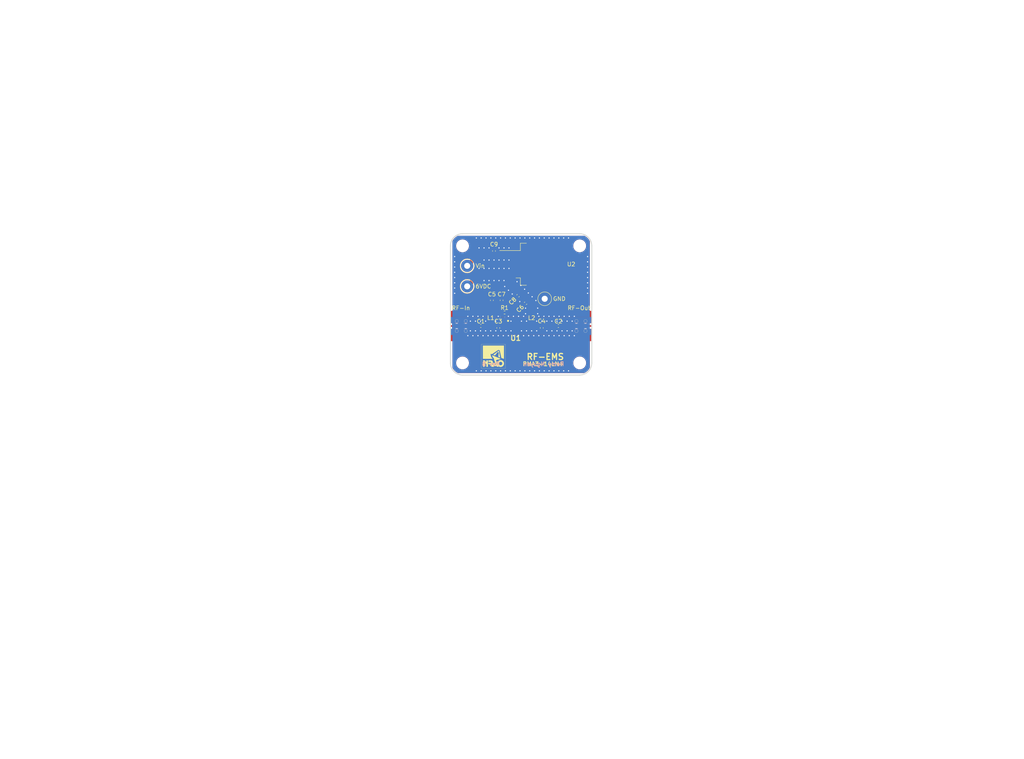
<source format=kicad_pcb>
(kicad_pcb (version 20221018) (generator pcbnew)
  (layers (0 "F.Cu" signal) (1 "In1.Cu" signal) (2 "In2.Cu" signal) (31 "B.Cu" signal) (34 "B.Paste" user) (35 "F.Paste" user) (36 "B.SilkS" user "B.Silkscreen") (37 "F.SilkS" user "F.Silkscreen") (38 "B.Mask" user) (39 "F.Mask" user) (44 "Edge.Cuts" user))
  (net 0 "")
  (net 1 "Net-(J1-In)")
  (net 2 "Net-(J2-In)")
  (net 3 "GND")
  (net 4 "6VDC")
  (net 5 "Vin")
  (net 7 "Net-(IC1-RF-OUT_&_VDD)")
  (net 8 "Net-(IC1-RF-IN)")
  (net 9 "Net-(IC1-CURRENT_MIRROR)")
  (footprint "Capacitor_SMD:C_0402_1005Metric" (layer "F.Cu") (at 132.02 93.35)
    (fp_text reference "C1" (at 0 -1.16) (layer "F.SilkS"))
    (fp_text value "0.01 uF")
    (pad "1" smd roundrect (at -0.48 0) (size 0.56 0.37) (layers "F.Cu" "F.Paste" "F.Mask") (net 1 "Net-(J1-In)"))
    (pad "2" smd roundrect (at 0.48 0) (size 0.56 0.37) (layers "F.Cu" "F.Paste" "F.Mask") (net 8 "Net-(IC1-RF-IN)"))
  )
  (footprint "Package_TO_SOT_SMD:TO-263-2" (layer "F.Cu") (at 146.65 78.05)
    (fp_text reference "U2" (at 7.75 0) (layer "F.SilkS"))
    (fp_text value "L7806")
    (pad "1" smd roundrect (at -7.65 -2.54) (size 4.6 1.1) (layers "F.Cu" "F.Paste" "F.Mask") (roundrect_rratio 0.2272727273) (net 5 "Vin"))
    (pad "2" smd roundrect (at -0.925 -2.775) (size 4.55 5.25) (layers "F.Cu" "F.Paste") (roundrect_rratio 0.05494505495) (net 3 "GND"))
    (pad "2" smd roundrect (at -0.925 2.775) (size 4.55 5.25) (layers "F.Cu" "F.Paste") (roundrect_rratio 0.05494505495) (net 3 "GND"))
    (pad "2" smd roundrect (at 1.5 0) (size 9.4 10.8) (layers "F.Cu" "F.Mask") (roundrect_rratio 0.02659595745) (net 3 "GND"))
    (pad "2" smd roundrect (at 3.925 -2.775) (size 4.55 5.25) (layers "F.Cu" "F.Paste") (roundrect_rratio 0.05494505495) (net 3 "GND"))
    (pad "2" smd roundrect (at 3.925 2.775) (size 4.55 5.25) (layers "F.Cu" "F.Paste") (roundrect_rratio 0.05494505495) (net 3 "GND"))
    (pad "3" smd roundrect (at -7.65 2.54) (size 4.6 1.1) (layers "F.Cu" "F.Paste" "F.Mask") (roundrect_rratio 0.2272727273) (net 4 "6VDC"))
  )
  (footprint "Capacitor_SMD:C_0402_1005Metric" (layer "F.Cu") (at 135.29 74.77 90)
    (fp_text reference "C9" (at 1.65 0) (layer "F.SilkS"))
    (fp_text value "0.33 uF")
    (pad "1" smd roundrect (at -0.48 0 90) (size 0.56 0.62) (layers "F.Cu" "F.Paste" "F.Mask") (net 5 "Vin"))
    (pad "2" smd roundrect (at 0.48 0 90) (size 0.56 0.62) (layers "F.Cu" "F.Paste" "F.Mask") (net 3 "GND"))
  )
  (footprint "Capacitor_SMD:C_0402_1005Metric" (layer "F.Cu") (at 143.11 87.72 -135)
    (fp_text reference "C6" (at 1.9 0 45) (layer "F.SilkS"))
    (fp_text value "100 pF")
    (pad "1" smd roundrect (at -0.48 0 225) (size 0.56 0.62) (layers "F.Cu" "F.Paste" "F.Mask") (net 4 "6VDC"))
    (pad "2" smd roundrect (at 0.48 0 225) (size 0.56 0.62) (layers "F.Cu" "F.Paste" "F.Mask") (net 3 "GND"))
  )
  (footprint "Capacitor_SMD:C_0402_1005Metric" (layer "F.Cu") (at 134.77 86.99 -90)
    (fp_text reference "C5" (at -1.5 0 -180) (layer "F.SilkS"))
    (fp_text value "100 pF")
    (pad "1" smd roundrect (at -0.48 0 270) (size 0.56 0.62) (layers "F.Cu" "F.Paste" "F.Mask") (net 3 "GND"))
    (pad "2" smd roundrect (at 0.48 0 270) (size 0.56 0.62) (layers "F.Cu" "F.Paste" "F.Mask") (net 9 "Net-(IC1-CURRENT_MIRROR)"))
  )
  (footprint "TestPoint:TestPoint_Loop_D2.54mm_Drill1.5mm_Beaded" (layer "F.Cu") (at 147.84 86.61)
    (fp_text reference "GND" (at 2 0) (layer "F.SilkS") (effects (justify left)))
    (fp_text value "GND")
    (pad "1" thru_hole circle (at 0 0) (size 3 3) (drill 1.5) (layers "*.Cu" "*.Mask") (net 3 "GND"))
  )
  (footprint "Mini-Circuits:QFN51P300X300X89-13N" (layer "F.Cu") (at 140.65 93.35)
    (fp_text reference "U1" (at 0 3) (layer "F.SilkS") (effects (font (size 1.27 1.27) (thickness 0.254))))
    (fp_text value "PMA3-14LN+" hide)
    (pad "1" smd rect (at -1.45 -0.51 90) (size 0.25 0.85) (layers "F.Cu" "F.Paste" "F.Mask") (net 9 "Net-(IC1-CURRENT_MIRROR)"))
    (pad "2" smd rect (at -1.45 0 90) (size 0.25 0.85) (layers "F.Cu" "F.Paste" "F.Mask") (net 8 "Net-(IC1-RF-IN)"))
    (pad "3" smd rect (at -1.45 0.51 90) (size 0.25 0.85) (layers "F.Cu" "F.Paste" "F.Mask") (net 3 "GND"))
    (pad "4" smd rect (at -0.51 1.45) (size 0.25 0.85) (layers "F.Cu" "F.Paste" "F.Mask") (net 3 "GND"))
    (pad "5" smd rect (at 0 1.45) (size 0.25 0.85) (layers "F.Cu" "F.Paste" "F.Mask") (net 3 "GND"))
    (pad "6" smd rect (at 0.51 1.45) (size 0.25 0.85) (layers "F.Cu" "F.Paste" "F.Mask") (net 3 "GND"))
    (pad "7" smd rect (at 1.45 0.51 90) (size 0.25 0.85) (layers "F.Cu" "F.Paste" "F.Mask") (net 3 "GND"))
    (pad "8" smd rect (at 1.45 0 90) (size 0.25 0.85) (layers "F.Cu" "F.Paste" "F.Mask") (net 7 "Net-(IC1-RF-OUT_&_VDD)"))
    (pad "9" smd rect (at 1.45 -0.51 90) (size 0.25 0.85) (layers "F.Cu" "F.Paste" "F.Mask") (net 3 "GND"))
    (pad "10" smd rect (at 0.51 -1.45) (size 0.25 0.85) (layers "F.Cu" "F.Paste" "F.Mask"))
    (pad "11" smd rect (at 0 -1.45) (size 0.25 0.85) (layers "F.Cu" "F.Paste" "F.Mask") (net 3 "GND"))
    (pad "12" smd rect (at -0.51 -1.45) (size 0.25 0.85) (layers "F.Cu" "F.Paste" "F.Mask") (net 3 "GND"))
    (pad "13" smd rect (at 0 0) (size 1.45 1.45) (layers "F.Cu" "F.Paste" "F.Mask") (net 3 "GND"))
  )
  (footprint "Capacitor_SMD:C_0402_1005Metric" (layer "F.Cu") (at 147.11 93.83 90)
    (fp_text reference "C4" (at 1.68 0 180) (layer "F.SilkS"))
    (fp_text value "0.1 pF")
    (pad "1" smd roundrect (at -0.48 0 90) (size 0.56 0.62) (layers "F.Cu" "F.Paste" "F.Mask") (net 3 "GND"))
    (pad "2" smd roundrect (at 0.48 0 90) (size 0.37 0.72) (layers "F.Cu" "F.Paste" "F.Mask") (net 7 "Net-(IC1-RF-OUT_&_VDD)"))
  )
  (footprint "rf-dfs:Mueller BU-1420761881-RevB" (layer "F.Cu") (at 154.96 93.35 180)
    (fp_text reference "RF-Out" (at -4.29 4.46 180) (layer "F.SilkS") (effects (justify right)))
    (fp_text value "Conn_Coaxial")
    (fp_circle (center -2.9718 -1.2192) (end -2.5654 -1.2192) (stroke (width 0.05)) (fill none) (layer "Edge.Cuts"))
    (fp_circle (center -2.9718 1.2192) (end -2.5654 1.2192) (stroke (width 0.05)) (fill none) (layer "Edge.Cuts"))
    (fp_circle (center -0.7366 -1.2192) (end -0.3302 -1.2192) (stroke (width 0.05)) (fill none) (layer "Edge.Cuts"))
    (fp_circle (center -0.7366 1.2192) (end -0.3302 1.2192) (stroke (width 0.05)) (fill none) (layer "Edge.Cuts"))
    (pad "1" smd rect (at -1.8542 0 180) (size 5.08 0.41) (layers "F.Cu" "F.Paste" "F.Mask") (net 2 "Net-(J2-In)"))
    (pad "2" smd rect (at -1.8542 -2.2292 180) (size 5.08 3.048) (layers "F.Cu" "F.Paste" "F.Mask") (net 3 "GND"))
    (pad "2" smd rect (at -1.8542 -1.4672 180) (size 5.08 1.524) (layers "B.Cu" "B.Paste" "B.Mask") (net 3 "GND"))
    (pad "2" smd rect (at -1.8542 1.4672 180) (size 5.08 1.524) (layers "B.Cu" "B.Paste" "B.Mask") (net 3 "GND"))
    (pad "2" smd rect (at -1.8542 2.2292 180) (size 5.08 3.048) (layers "F.Cu" "F.Paste" "F.Mask") (net 3 "GND"))
    (zone (net 0) (net_name "") (layer "F.Cu") (name "F.Cu Pad Clearance") (connect_pads (clearance 0)) (min_thickness 0.25)
      (keepout (tracks allowed) (vias not_allowed) (pads allowed) (copperpour not_allowed) (footprints allowed))
      (fill (thermal_gap 0.5) (thermal_bridge_width 0.5))
      (polygon (pts (xy 159.3542 94.05612) (xy 154.2742 94.05612) (xy 154.2742 92.64388) (xy 159.3542 92.64388)))
    )
  )
  (footprint "FabDrawingTemplates:FabDrawing-4Layer-Metric-Compact-OSH" (layer "F.Cu") (at 55.5 135.5)
    (fp_text reference " " hide)
    (fp_text value " " hide)
  )
  (footprint "Capacitor_SMD:C_0402_1005Metric" (layer "F.Cu") (at 136.35 93.83 90)
    (fp_text reference "C3" (at 1.63 0 180) (layer "F.SilkS"))
    (fp_text value "0.2 pF")
    (pad "1" smd roundrect (at -0.48 0 90) (size 0.56 0.62) (layers "F.Cu" "F.Paste" "F.Mask") (net 3 "GND"))
    (pad "2" smd roundrect (at 0.48 0 90) (size 0.37 0.72) (layers "F.Cu" "F.Paste" "F.Mask") (net 8 "Net-(IC1-RF-IN)"))
  )
  (footprint "TestPoint:TestPoint_Loop_D2.54mm_Drill1.5mm_Beaded" (layer "F.Cu") (at 128.65 83.53)
    (fp_text reference "6VDC" (at 2 0) (layer "F.SilkS") (effects (justify left)))
    (fp_text value "6VDC")
    (pad "1" thru_hole circle (at 0 0) (size 3 3) (drill 1.5) (layers "*.Cu" "*.Mask") (net 4 "6VDC"))
  )
  (footprint "MountingHole:MountingHole_2.7mm_M2.5" (layer "F.Cu") (at 156.5 102.5)
    (fp_text reference "REF**" hide)
    (fp_text value "MountingHole_2.7mm_M2.5" hide)
    (pad "" np_thru_hole circle (at 0 0) (size 2.7 2.7) (drill 2.7) (layers "*.Mask" "F.Cu" "In1.Cu" "In2.Cu" "B.Cu"))
  )
  (footprint "Capacitor_SMD:C_0402_1005Metric" (layer "F.Cu") (at 137.17 86.99 -90)
    (fp_text reference "C7" (at -1.5 0 -180) (layer "F.SilkS"))
    (fp_text value "0.1 uF")
    (pad "1" smd roundrect (at -0.48 0 270) (size 0.56 0.62) (layers "F.Cu" "F.Paste" "F.Mask") (net 3 "GND"))
    (pad "2" smd roundrect (at 0.48 0 270) (size 0.56 0.62) (layers "F.Cu" "F.Paste" "F.Mask") (net 9 "Net-(IC1-CURRENT_MIRROR)"))
  )
  (footprint "Capacitor_SMD:C_0402_1005Metric" (layer "F.Cu") (at 151.23 93.35)
    (fp_text reference "C2" (at 0 -1.16) (layer "F.SilkS"))
    (fp_text value "0.01 uF")
    (pad "1" smd roundrect (at -0.48 0) (size 0.56 0.37) (layers "F.Cu" "F.Paste" "F.Mask") (net 7 "Net-(IC1-RF-OUT_&_VDD)"))
    (pad "2" smd roundrect (at 0.48 0) (size 0.56 0.37) (layers "F.Cu" "F.Paste" "F.Mask") (net 2 "Net-(J2-In)"))
  )
  (footprint "Resistor_SMD:R_0402_1005Metric" (layer "F.Cu") (at 137.91 90)
    (fp_text reference "R1" (at 0 -1.17) (layer "F.SilkS"))
    (fp_text value "510 Ω")
    (pad "1" smd roundrect (at -0.51 0) (size 0.54 0.64) (layers "F.Cu" "F.Paste" "F.Mask") (net 9 "Net-(IC1-CURRENT_MIRROR)"))
    (pad "2" smd roundrect (at 0.51 0) (size 0.54 0.64) (layers "F.Cu" "F.Paste" "F.Mask") (net 3 "GND"))
  )
  (footprint "Inductor_SMD:L_0402_1005Metric" (layer "F.Cu") (at 144.6 92.865 -90)
    (fp_text reference "L2" (at -1.525 0) (layer "F.SilkS"))
    (fp_text value "900 nH")
    (pad "1" smd rect (at -0.485 0 270) (size 0.59 0.64) (layers "F.Cu" "F.Paste" "F.Mask") (net 4 "6VDC") (clearance 0.3))
    (pad "2" smd roundrect (at 0.485 0 270) (size 0.37 0.72) (layers "F.Cu" "F.Paste" "F.Mask") (net 7 "Net-(IC1-RF-OUT_&_VDD)"))
  )
  (footprint "TestPoint:TestPoint_Loop_D2.54mm_Drill1.5mm_Beaded" (layer "F.Cu") (at 128.65 78.45)
    (fp_text reference "Vin" (at 2 0) (layer "F.SilkS") (effects (justify left)))
    (fp_text value "Vin")
    (pad "1" thru_hole circle (at 0 0) (size 3 3) (drill 1.5) (layers "*.Cu" "*.Mask") (net 5 "Vin"))
  )
  (footprint "Capacitor_SMD:C_0402_1005Metric" (layer "F.Cu") (at 141.24 85.85 -135)
    (fp_text reference "C8" (at 1.9 0 45) (layer "F.SilkS"))
    (fp_text value "0.1 uf")
    (pad "1" smd roundrect (at -0.48 0 225) (size 0.56 0.62) (layers "F.Cu" "F.Paste" "F.Mask") (net 4 "6VDC"))
    (pad "2" smd roundrect (at 0.48 0 225) (size 0.56 0.62) (layers "F.Cu" "F.Paste" "F.Mask") (net 3 "GND"))
  )
  (footprint "footprints.pretty:nrao1_6mm_silk" (layer "F.Cu") (at 135.15 100.85)
    (fp_text reference "G***" hide)
    (fp_text value "LOGO" hide)
  )
  (footprint "rf-dfs:GCPW_osh3_90mm_user" (layer "F.Cu") (at 207 147.5)
    (fp_text reference "REF**" hide)
    (fp_text value "LOGO" hide)
  )
  (footprint "Inductor_SMD:L_0402_1005Metric" (layer "F.Cu") (at 134.47 92.865 -90)
    (fp_text reference "L1" (at -1.535 0) (layer "F.SilkS"))
    (fp_text value "900 nH")
    (pad "1" smd rect (at -0.485 0 270) (size 0.59 0.64) (layers "F.Cu" "F.Paste" "F.Mask") (net 9 "Net-(IC1-CURRENT_MIRROR)") (clearance 0.3))
    (pad "2" smd roundrect (at 0.485 0 270) (size 0.37 0.72) (layers "F.Cu" "F.Paste" "F.Mask") (net 8 "Net-(IC1-RF-IN)"))
  )
  (footprint "MountingHole:MountingHole_2.7mm_M2.5" (layer "F.Cu") (at 156.5 73.5)
    (fp_text reference "REF**" hide)
    (fp_text value "MountingHole_2.7mm_M2.5" hide)
    (pad "" np_thru_hole circle (at 0 0) (size 2.7 2.7) (drill 2.7) (layers "*.Mask" "F.Cu" "In1.Cu" "In2.Cu" "B.Cu"))
  )
  (footprint "MountingHole:MountingHole_2.7mm_M2.5" (layer "F.Cu") (at 127.5 73.5)
    (fp_text reference "REF**" hide)
    (fp_text value "MountingHole_2.7mm_M2.5" hide)
    (pad "" np_thru_hole circle (at 0 0) (size 2.7 2.7) (drill 2.7) (layers "*.Mask" "F.Cu" "In1.Cu" "In2.Cu" "B.Cu"))
  )
  (footprint "rf-dfs:Mueller BU-1420761881-RevB" (layer "F.Cu") (at 129.04 93.35)
    (fp_text reference "RF-In" (at -4.28 -4.44) (layer "F.SilkS") (effects (justify left)))
    (fp_text value "Conn_Coaxial")
    (fp_circle (center -2.9718 -1.2192) (end -2.5654 -1.2192) (stroke (width 0.05)) (fill none) (layer "Edge.Cuts"))
    (fp_circle (center -2.9718 1.2192) (end -2.5654 1.2192) (stroke (width 0.05)) (fill none) (layer "Edge.Cuts"))
    (fp_circle (center -0.7366 -1.2192) (end -0.3302 -1.2192) (stroke (width 0.05)) (fill none) (layer "Edge.Cuts"))
    (fp_circle (center -0.7366 1.2192) (end -0.3302 1.2192) (stroke (width 0.05)) (fill none) (layer "Edge.Cuts"))
    (pad "1" smd rect (at -1.8542 0) (size 5.08 0.41) (layers "F.Cu" "F.Paste" "F.Mask") (net 1 "Net-(J1-In)"))
    (pad "2" smd rect (at -1.8542 -2.2292) (size 5.08 3.048) (layers "F.Cu" "F.Paste" "F.Mask") (net 3 "GND"))
    (pad "2" smd rect (at -1.8542 -1.4672) (size 5.08 1.524) (layers "B.Cu" "B.Paste" "B.Mask") (net 3 "GND"))
    (pad "2" smd rect (at -1.8542 1.4672) (size 5.08 1.524) (layers "B.Cu" "B.Paste" "B.Mask") (net 3 "GND"))
    (pad "2" smd rect (at -1.8542 2.2292) (size 5.08 3.048) (layers "F.Cu" "F.Paste" "F.Mask") (net 3 "GND"))
    (zone (net 0) (net_name "") (layer "F.Cu") (name "F.Cu Pad Clearance") (connect_pads (clearance 0)) (min_thickness 0.25)
      (keepout (tracks allowed) (vias not_allowed) (pads allowed) (copperpour not_allowed) (footprints allowed))
      (fill (thermal_gap 0.5) (thermal_bridge_width 0.5))
      (polygon (pts (xy 124.6458 92.64388) (xy 129.7258 92.64388) (xy 129.7258 94.05612) (xy 124.6458 94.05612)))
    )
  )
  (footprint "MountingHole:MountingHole_2.7mm_M2.5" (layer "F.Cu") (at 127.5 102.5)
    (fp_text reference "REF**" hide)
    (fp_text value "MountingHole_2.7mm_M2.5" hide)
    (pad "" np_thru_hole circle (at 0 0) (size 2.7 2.7) (drill 2.7) (layers "*.Cu" "*.Mask"))
  )
  (gr_arc (start 159.500001 102.500001) (mid 158.621321 104.621321) (end 156.500001 105.500001) (stroke (width 0.2)) (layer "Edge.Cuts"))
  (gr_line (start 159.5 88) (end 159.500001 73.499999) (stroke (width 0.2)) (layer "Edge.Cuts"))
  (gr_arc (start 124.5 73.5) (mid 125.37868 71.37868) (end 127.5 70.5) (stroke (width 0.2)) (layer "Edge.Cuts"))
  (gr_line (start 156.500001 70.499999) (end 127.5 70.5) (stroke (width 0.2)) (layer "Edge.Cuts"))
  (gr_arc (start 156.500001 70.499999) (mid 158.621321 71.378679) (end 159.500001 73.499999) (stroke (width 0.2)) (layer "Edge.Cuts"))
  (gr_line (start 159.500001 102.500001) (end 159.5 88) (stroke (width 0.2)) (layer "Edge.Cuts"))
  (gr_line (start 127.499999 105.500001) (end 156.500001 105.500001) (stroke (width 0.2)) (layer "Edge.Cuts"))
  (gr_line (start 124.5 73.5) (end 124.5 88) (stroke (width 0.2)) (layer "Edge.Cuts"))
  (gr_arc (start 127.499999 105.500001) (mid 125.378679 104.621321) (end 124.499999 102.500001) (stroke (width 0.2)) (layer "Edge.Cuts"))
  (gr_line (start 124.5 88) (end 124.499999 102.500001) (stroke (width 0.2)) (layer "Edge.Cuts"))
  (gr_text "Remy Nguyen" (at 152.75 103.35) (layer "B.SilkS") (effects (font (size 1 1) (thickness 0.2) bold) (justify left bottom mirror)))
  (gr_text "Rev B" (at 132.2 103.35) (layer "B.SilkS") (effects (font (size 1 1) (thickness 0.2) bold) (justify right bottom mirror)))
  (gr_text "RF-EMS" (at 152.75 101.85) (layer "F.SilkS") (effects (font (size 1.5 1.5) (thickness 0.3) bold) (justify right bottom)))
  (gr_text "PMA3-14LN+" (at 152.75 103.35) (layer "F.SilkS") (effects (font (size 1 1) (thickness 0.2) bold) (justify right bottom)))
  (segment (start 127.1858 93.35) (end 131.54 93.35) (width 0.37) (layer "F.Cu") (net 1))
  (segment (start 151.71 93.35) (end 156.8142 93.35) (width 0.37) (layer "F.Cu") (net 2))
  (segment (start 148.36 74.35) (end 148.4 74.39) (width 0.25) (layer "F.Cu") (net 3))
  (via (at 136.92439 104.45) (size 0.6) (drill 0.3) (layers "F.Cu" "B.Cu") (net 3))
  (via (at 145.66066 87.03934) (size 0.6) (drill 0.3) (layers "F.Cu" "B.Cu") (net 3))
  (via (at 131.3222 90.95) (size 0.6) (drill 0.3) (layers "F.Cu" "B.Cu") (net 3))
  (via (at 150.87745 94.55) (size 0.6) (drill 0.3) (layers "F.Cu" "B.Cu") (net 3))
  (via (at 131.3222 95.75) (size 0.6) (drill 0.3) (layers "F.Cu" "B.Cu") (net 3))
  (via (at 133.318292 71.55) (size 0.6) (drill 0.3) (layers "F.Cu" "B.Cu") (net 3))
  (via (at 146.1 90.305) (size 0.6) (drill 0.3) (layers "F.Cu" "B.Cu") (net 3))
  (via (at 129.4472 94.55) (size 0.6) (drill 0.3) (layers "F.Cu" "B.Cu") (net 3))
  (via (at 135.72395 94.55) (size 0.6) (drill 0.3) (layers "F.Cu" "B.Cu") (net 3))
  (via (at 130.06535 95.75) (size 0.6) (drill 0.3) (layers "F.Cu" "B.Cu") (net 3))
  (via (at 153.38815 94.55) (size 0.6) (drill 0.3) (layers "F.Cu" "B.Cu") (net 3))
  (via (at 153.741463 104.45) (size 0.6) (drill 0.3) (layers "F.Cu" "B.Cu") (net 3))
  (via (at 142.930487 104.45) (size 0.6) (drill 0.3) (layers "F.Cu" "B.Cu") (net 3))
  (via (at 138.8543 95.75) (size 0.6) (drill 0.3) (layers "F.Cu" "B.Cu") (net 3))
  (via (at 130.70255 94.55) (size 0.6) (drill 0.3) (layers "F.Cu" "B.Cu") (net 3))
  (via (at 158.45 85.25) (size 0.6) (drill 0.3) (layers "F.Cu" "B.Cu") (net 3))
  (via (at 136.53 82.09) (size 0.6) (drill 0.3) (layers "F.Cu" "B.Cu") (net 3))
  (via (at 145.85605 94.55) (size 0.6) (drill 0.3) (layers "F.Cu" "B.Cu") (net 3))
  (via (at 130.918292 104.45) (size 0.6) (drill 0.3) (layers "F.Cu" "B.Cu") (net 3))
  (via (at 148.8971 95.75) (size 0.6) (drill 0.3) (layers "F.Cu" "B.Cu") (net 3))
  (via (at 128.81 90.95) (size 0.6) (drill 0.3) (layers "F.Cu" "B.Cu") (net 3))
  (via (at 144.727326 86.106006) (size 0.6) (drill 0.3) (layers "F.Cu" "B.Cu") (net 3))
  (via (at 136.53 74.01) (size 0.6) (drill 0.3) (layers "F.Cu" "B.Cu") (net 3))
  (via (at 152.1328 92.15) (size 0.6) (drill 0.3) (layers "F.Cu" "B.Cu") (net 3))
  (via (at 142.928048 71.55) (size 0.6) (drill 0.3) (layers "F.Cu" "B.Cu") (net 3))
  (via (at 148.934146 71.55) (size 0.6) (drill 0.3) (layers "F.Cu" "B.Cu") (net 3))
  (via (at 136.53 77.01) (size 0.6) (drill 0.3) (layers "F.Cu" "B.Cu") (net 3))
  (via (at 135.72395 92.15) (size 0.6) (drill 0.3) (layers "F.Cu" "B.Cu") (net 3))
  (via (at 132.825 82.09) (size 0.6) (drill 0.3) (layers "F.Cu" "B.Cu") (net 3))
  (via (at 145.13105 95.75) (size 0.6) (drill 0.3) (layers "F.Cu" "B.Cu") (net 3))
  (via (at 147.732926 71.55) (size 0.6) (drill 0.3) (layers "F.Cu" "B.Cu") (net 3))
  (via (at 143.34535 94.55) (size 0.6) (drill 0.3) (layers "F.Cu" "B.Cu") (net 3))
  (via (at 140.993993 82.372673) (size 0.6) (drill 0.3) (layers "F.Cu" "B.Cu") (net 3))
  (via (at 151.336585 71.55) (size 0.6) (drill 0.3) (layers "F.Cu" "B.Cu") (net 3))
  (via (at 142.86066 84.23934) (size 0.6) (drill 0.3) (layers "F.Cu" "B.Cu") (net 3))
  (via (at 138.12317 71.55) (size 0.6) (drill 0.3) (layers "F.Cu" "B.Cu") (net 3))
  (via (at 152.537804 71.55) (size 0.6) (drill 0.3) (layers "F.Cu" "B.Cu") (net 3))
  (via (at 152.665 90.95) (size 0.6) (drill 0.3) (layers "F.Cu" "B.Cu") (net 3))
  (via (at 150.15245 90.95) (size 0.6) (drill 0.3) (layers "F.Cu" "B.Cu") (net 3))
  (via (at 148.936585 104.45) (size 0.6) (drill 0.3) (layers "F.Cu" "B.Cu") (net 3))
  (via (at 142.09 92.15) (size 0.6) (drill 0.3) (layers "F.Cu" "B.Cu") (net 3))
  (via (at 134.521951 104.45) (size 0.6) (drill 0.3) (layers "F.Cu" "B.Cu") (net 3))
  (via (at 158.45 78.75) (size 0.6) (drill 0.3) (layers "F.Cu" "B.Cu") (net 3))
  (via (at 135.08825 95.75) (size 0.6) (drill 0.3) (layers "F.Cu" "B.Cu") (net 3))
  (via (at 137.765 82.09) (size 0.6) (drill 0.3) (layers "F.Cu" "B.Cu") (net 3))
  (via (at 132.117073 71.55) (size 0.6) (drill 0.3) (layers "F.Cu" "B.Cu") (net 3))
  (via (at 125.55 80.05) (size 0.6) (drill 0.3) (layers "F.Cu" "B.Cu") (net 3))
  (via (at 141.365 90.95) (size 0.6) (drill 0.3) (layers "F.Cu" "B.Cu") (net 3))
  (via (at 132.825 74.01) (size 0.6) (drill 0.3) (layers "F.Cu" "B.Cu") (net 3))
  (via (at 143.793993 85.172673) (size 0.6) (drill 0.3) (layers "F.Cu" "B.Cu") (net 3))
  (via (at 131.59 74.01) (size 0.6) (drill 0.3) (layers "F.Cu" "B.Cu") (net 3))
  (via (at 136.3436 90.95) (size 0.6) (drill 0.3) (layers "F.Cu" "B.Cu") (net 3))
  (via (at 138.125609 104.45) (size 0.6) (drill 0.3) (layers "F.Cu" "B.Cu") (net 3))
  (via (at 133.21325 94.55) (size 0.6) (drill 0.3) (layers "F.Cu" "B.Cu") (net 3))
  (via (at 141.927326 83.306006) (size 0.6) (drill 0.3) (layers "F.Cu" "B.Cu") (net 3))
  (via (at 130.70255 92.15) (size 0.6) (drill 0.3) (layers "F.Cu" "B.Cu") (net 3))
  (via (at 150.87745 92.15) (size 0.6) (drill 0.3) (layers "F.Cu" "B.Cu") (net 3))
  (via (at 142.09 94.55) (size 0.6) (drill 0.3) (layers "F.Cu" "B.Cu") (net 3))
  (via (at 147.64175 90.95) (size 0.6) (drill 0.3) (layers "F.Cu" "B.Cu") (net 3))
  (via (at 132.825 77.01) (size 0.6) (drill 0.3) (layers "F.Cu" "B.Cu") (net 3))
  (via (at 155.1757 95.75) (size 0.6) (drill 0.3) (layers "F.Cu" "B.Cu") (net 3))
  (via (at 145.330487 71.55) (size 0.6) (drill 0.3) (layers "F.Cu" "B.Cu") (net 3))
  (via (at 141.365 95.75) (size 0.6) (drill 0.3) (layers "F.Cu" "B.Cu") (net 3))
  (via (at 152.1328 94.55) (size 0.6) (drill 0.3) (layers "F.Cu" "B.Cu") (net 3))
  (via (at 147.64175 95.75) (size 0.6) (drill 0.3) (layers "F.Cu" "B.Cu") (net 3))
  (via (at 130.915853 71.55) (size 0.6) (drill 0.3) (layers "F.Cu" "B.Cu") (net 3))
  (via (at 138.8543 90.95) (size 0.6) (drill 0.3) (layers "F.Cu" "B.Cu") (net 3))
  (via (at 130.06535 90.95) (size 0.6) (drill 0.3) (layers "F.Cu" "B.Cu") (net 3))
  (via (at 151.4078 95.75) (size 0.6) (drill 0.3) (layers "F.Cu" "B.Cu") (net 3))
  (via (at 144.129268 71.55) (size 0.6) (drill 0.3) (layers "F.Cu" "B.Cu") (net 3))
  (via (at 152.540243 104.45) (size 0.6) (drill 0.3) (layers "F.Cu" "B.Cu") (net 3))
  (via (at 125.55 82.65) (size 0.6) (drill 0.3) (layers "F.Cu" "B.Cu") (net 3))
  (via (at 153.92035 90.95) (size 0.6) (drill 0.3) (layers "F.Cu" "B.Cu") (net 3))
  (via (at 131.59 79.09) (size 0.6) (drill 0.3) (layers "F.Cu" "B.Cu") (net 3))
  (via (at 150.137804 104.45) (size 0.6) (drill 0.3) (layers "F.Cu" "B.Cu") (net 3))
  (via (at 128.81 95.75) (size 0.6) (drill 0.3) (layers "F.Cu" "B.Cu") (net 3))
  (via (at 132.119512 104.45) (size 0.6) (drill 0.3) (layers "F.Cu" "B.Cu") (net 3))
  (via (at 141.726829 71.55) (size 0.6) (drill 0.3) (layers "F.Cu" "B.Cu") (net 3))
  (via (at 135.295 82.09) (size 0.6) (drill 0.3) (layers "F.Cu" "B.Cu") (net 3))
  (via (at 141.729268 104.45) (size 0.6) (drill 0.3) (layers "F.Cu" "B.Cu") (net 3))
  (via (at 137.765 74.01) (size 0.6) (drill 0.3) (layers "F.Cu" "B.Cu") (net 3))
  (via (at 140.10965 95.75) (size 0.6) (drill 0.3) (layers "F.Cu" "B.Cu") (net 3))
  (via (at 155.1757 90.95) (size 0.6) (drill 0.3) (layers "F.Cu" "B.Cu") (net 3))
  (via (at 158.45 80.05) (size 0.6) (drill 0.3) (layers "F.Cu" "B.Cu") (net 3))
  (via (at 133.21325 92.15) (size 0.6) (drill 0.3) (layers "F.Cu" "B.Cu") (net 3))
  (via (at 138.872673 84.493993) (size 0.6) (drill 0.3) (layers "F.Cu" "B.Cu") (net 3))
  (via (at 134.4686 94.55) (size 0.6) (drill 0.3) (layers "F.Cu" "B.Cu") (net 3))
  (via (at 140.525609 71.55) (size 0.6) (drill 0.3) (layers "F.Cu" "B.Cu") (net 3))
  (via (at 154.6435 94.55) (size 0.6) (drill 0.3) (layers "F.Cu" "B.Cu") (net 3))
  (via (at 151.4078 90.95) (size 0.6) (drill 0.3) (layers "F.Cu" "B.Cu") (net 3))
  (via (at 144.131707 104.45) (size 0.6) (drill 0.3) (layers "F.Cu" "B.Cu") (net 3))
  (via (at 146.531707 71.55) (size 0.6) (drill 0.3) (layers "F.Cu" "B.Cu") (net 3))
  (via (at 132.825 79.09) (size 0.6) (drill 0.3) (layers "F.Cu" "B.Cu") (net 3))
  (via (at 137.765 77.01) (size 0.6) (drill 0.3) (layers "F.Cu" "B.Cu") (net 3))
  (via (at 147.1114 92.15) (size 0.6) (drill 0.3) (layers "F.Cu" "B.Cu") (net 3))
  (via (at 142.62035 90.95) (size 0.6) (drill 0.3) (layers "F.Cu" "B.Cu") (net 3))
  (via (at 136.53 79.09) (size 0.6) (drill 0.3) (layers "F.Cu" "B.Cu") (net 3))
  (via (at 136.3436 95.75) (size 0.6) (drill 0.3) (layers "F.Cu" "B.Cu") (net 3))
  (via (at 125.55 85.25) (size 0.6) (drill 0.3) (layers "F.Cu" "B.Cu") (net 3))
  (via (at 143.1 90.305) (size 0.6) (drill 0.3) (layers "F.Cu" "B.Cu") (net 3))
  (via (at 145.332926 104.45) (size 0.6) (drill 0.3) (layers "F.Cu" "B.Cu") (net 3))
  (via (at 132.57755 95.75) (size 0.6) (drill 0.3) (layers "F.Cu" "B.Cu") (net 3))
  (via (at 146.1 88.93) (size 0.6) (drill 0.3) (layers "F.Cu" "B.Cu") (net 3))
  (via (at 158.45 76.15) (size 0.6) (drill 0.3) (layers "F.Cu" "B.Cu") (net 3))
  (via (at 146.3864 90.95) (size 0.6) (drill 0.3) (layers "F.Cu" "B.Cu") (net 3))
  (via (at 136.921951 71.55) (size 0.6) (drill 0.3) (layers "F.Cu" "B.Cu") (net 3))
  (via (at 150.135365 71.55) (size 0.6) (drill 0.3) (layers "F.Cu" "B.Cu") (net 3))
  (via (at 152.66315 95.75) (size 0.6) (drill 0.3) (layers "F.Cu" "B.Cu") (net 3))
  (via (at 143.8757 95.75) (size 0.6) (drill 0.3) (layers "F.Cu" "B.Cu") (net 3))
  (via (at 142.62035 95.75) (size 0.6) (drill 0.3) (layers "F.Cu" "B.Cu") (net 3))
  (via (at 138.23465 94.55) (size 0.6) (drill 0.3) (layers "F.Cu" "B.Cu") (net 3))
  (via (at 139 79.09) (size 0.6) (drill 0.3) (layers "F.Cu" "B.Cu") (net 3))
  (via (at 147.735365 104.45) (size 0.6) (drill 0.3) (layers "F.Cu" "B.Cu") (net 3))
  (via (at 148.36675 92.15) (size 0.6) (drill 0.3) (layers "F.Cu" "B.Cu") (net 3))
  (via (at 137.765 79.09) (size 0.6) (drill 0.3) (layers "F.Cu" "B.Cu") (net 3))
  (via (at 136.9793 94.55) (size 0.6) (drill 0.3) (layers "F.Cu" "B.Cu") (net 3))
  (via (at 139 74.01) (size 0.6) (drill 0.3) (layers "F.Cu" "B.Cu") (net 3))
  (via (at 150.15245 95.75) (size 0.6) (drill 0.3) (layers "F.Cu" "B.Cu") (net 3))
  (via (at 125.55 81.35) (size 0.6) (drill 0.3) (layers "F.Cu" "B.Cu") (net 3))
  (via (at 134.06 79.09) (size 0.6) (drill 0.3) (layers "F.Cu" "B.Cu") (net 3))
  (via (at 139.806006 85.427326) (size 0.6) (drill 0.3) (layers "F.Cu" "B.Cu") (net 3))
  (via (at 137.59895 95.75) (size 0.6) (drill 0.3) (layers "F.Cu" "B.Cu") (net 3))
  (via (at 151.339024 104.45) (size 0.6) (drill 0.3) (layers "F.Cu" "B.Cu") (net 3))
  (via (at 134.519512 71.55) (size 0.6) (drill 0.3) (layers "F.Cu" "B.Cu") (net 3))
  (via (at 139.32439 71.55) (size 0.6) (drill 0.3) (layers "F.Cu" "B.Cu") (net 3))
  (via (at 149.6221 92.15) (size 0.6) (drill 0.3) (layers "F.Cu" "B.Cu") (net 3))
  (via (at 153.38815 92.15) (size 0.6) (drill 0.3) (layers "F.Cu" "B.Cu") (net 3))
  (via (at 125.55 83.95) (size 0.6) (drill 0.3) (layers "F.Cu" "B.Cu") (net 3))
  (via (at 139.49 92.15) (size 0.6) (drill 0.3) (layers "F.Cu" "B.Cu") (net 3))
  (via (at 158.45 83.95) (size 0.6) (drill 0.3) (layers "F.Cu" "B.Cu") (net 3))
  (via (at 135.295 77.01) (size 0.6) (drill 0.3) (layers "F.Cu" "B.Cu") (net 3))
  (via (at 158.45 81.35) (size 0.6) (drill 0.3) (layers "F.Cu" "B.Cu") (net 3))
  (via (at 140.10965 90.95) (size 0.6) (drill 0.3) (layers "F.Cu" "B.Cu") (net 3))
  (via (at 153.739024 71.55) (size 0.6) (drill 0.3) (layers "F.Cu" "B.Cu") (net 3))
  (via (at 125.55 77.45) (size 0.6) (drill 0.3) (layers "F.Cu" "B.Cu") (net 3))
  (via (at 135.295 79.09) (size 0.6) (drill 0.3) (layers "F.Cu" "B.Cu") (net 3))
  (via (at 158.45 77.45) (size 0.6) (drill 0.3) (layers "F.Cu" "B.Cu") (net 3))
  (via (at 144.6007 94.55) (size 0.6) (drill 0.3) (layers "F.Cu" "B.Cu") (net 3))
  (via (at 135.720731 71.55) (size 0.6) (drill 0.3) (layers "F.Cu" "B.Cu") (net 3))
  (via (at 129.4472 92.15) (size 0.6) (drill 0.3) (layers "F.Cu" "B.Cu") (net 3))
  (via (at 140.528048 104.45) (size 0.6) (drill 0.3) (layers "F.Cu" "B.Cu") (net 3))
  (via (at 132.57755 90.95) (size 0.6) (drill 0.3) (layers "F.Cu" "B.Cu") (net 3))
  (via (at 133.8329 95.75) (size 0.6) (drill 0.3) (layers "F.Cu" "B.Cu") (net 3))
  (via (at 134.06 82.09) (size 0.6) (drill 0.3) (layers "F.Cu" "B.Cu") (net 3))
  (via (at 141.672673 87.293993) (size 0.6) (drill 0.3) (layers "F.Cu" "B.Cu") (net 3))
  (via (at 146.534146 104.45) (size 0.6) (drill 0.3) (layers "F.Cu" "B.Cu") (net 3))
  (via (at 131.9579 94.55) (size 0.6) (drill 0.3) (layers "F.Cu" "B.Cu") (net 3))
  (via (at 125.55 78.75) (size 0.6) (drill 0.3) (layers "F.Cu" "B.Cu") (net 3))
  (via (at 143.1 88.93) (size 0.6) (drill 0.3) (layers "F.Cu" "B.Cu") (net 3))
  (via (at 137.93934 83.56066) (size 0.6) (drill 0.3) (layers "F.Cu" "B.Cu") (net 3))
  (via (at 154.6435 92.15) (size 0.6) (drill 0.3) (layers "F.Cu" "B.Cu") (net 3))
  (via (at 146.3864 95.75) (size 0.6) (drill 0.3) (layers "F.Cu" "B.Cu") (net 3))
  (via (at 145.85605 92.15) (size 0.6) (drill 0.3) (layers "F.Cu" "B.Cu") (net 3))
  (via (at 158.45 82.65) (size 0.6) (drill 0.3) (layers "F.Cu" "B.Cu") (net 3))
  (via (at 148.36675 94.55) (size 0.6) (drill 0.3) (layers "F.Cu" "B.Cu") (net 3))
  (via (at 139 77.01) (size 0.6) (drill 0.3) (layers "F.Cu" "B.Cu") (net 3))
  (via (at 131.9579 92.15) (size 0.6) (drill 0.3) (layers "F.Cu" "B.Cu") (net 3))
  (via (at 148.8971 90.95) (size 0.6) (drill 0.3) (layers "F.Cu" "B.Cu") (net 3))
  (via (at 139.326829 104.45) (size 0.6) (drill 0.3) (layers "F.Cu" "B.Cu") (net 3))
  (via (at 134.06 74.01) (size 0.6) (drill 0.3) (layers "F.Cu" "B.Cu") (net 3))
  (via (at 153.92035 95.75) (size 0.6) (drill 0.3) (layers "F.Cu" "B.Cu") (net 3))
  (via (at 143.34535 92.15) (size 0.6) (drill 0.3) (layers "F.Cu" "B.Cu") (net 3))
  (via (at 133.320731 104.45) (size 0.6) (drill 0.3) (layers "F.Cu" "B.Cu") (net 3))
  (via (at 139.49 94.55) (size 0.6) (drill 0.3) (layers "F.Cu" "B.Cu") (net 3))
  (via (at 125.55 76.15) (size 0.6) (drill 0.3) (layers "F.Cu" "B.Cu") (net 3))
  (via (at 134.06 77.01) (size 0.6) (drill 0.3) (layers "F.Cu" "B.Cu") (net 3))
  (via (at 149.6221 94.55) (size 0.6) (drill 0.3) (layers "F.Cu" "B.Cu") (net 3))
  (via (at 135.72317 104.45) (size 0.6) (drill 0.3) (layers "F.Cu" "B.Cu") (net 3))
  (segment (start 139 80.59) (end 131.59 80.59) (width 1.1) (layer "F.Cu") (net 4))
  (segment (start 144.6 88.1) (end 139 82.5) (width 1.2) (layer "F.Cu") (net 4))
  (segment (start 144.6 90.85) (end 144.6 88.1) (width 1.2) (layer "F.Cu") (net 4))
  (segment (start 131.59 80.59) (end 128.65 83.53) (width 1.1) (layer "F.Cu") (net 4))
  (segment (start 139 82.5) (end 139 81.15) (width 1.2) (layer "F.Cu") (net 4))
  (segment (start 131.59 75.51) (end 128.65 78.45) (width 1.1) (layer "F.Cu") (net 5))
  (segment (start 139 75.51) (end 131.59 75.51) (width 1.1) (layer "F.Cu") (net 5))
  (segment (start 150.75 93.35) (end 142.99 93.35) (width 0.37) (layer "F.Cu") (net 7))
  (segment (start 132.5 93.35) (end 134.65 93.35) (width 0.37) (layer "F.Cu") (net 8))
  (segment (start 134.65 93.35) (end 138.29 93.35) (width 0.37) (layer "F.Cu") (net 8))
  (segment (start 137.4 87.58) (end 134.48 87.58) (width 0.8) (layer "F.Cu") (net 9))
  (segment (start 137.4 90) (end 137.4 87.58) (width 0.8) (layer "F.Cu") (net 9))
  (segment (start 138.3 92.84) (end 137.4 91.94) (width 0.4) (layer "F.Cu") (net 9))
  (segment (start 137.4 91.94) (end 137.4 91.68) (width 0.4) (layer "F.Cu") (net 9))
  (segment (start 134.47 87.59) (end 134.47 91.15) (width 0.8) (layer "F.Cu") (net 9))
  (segment (start 137.4 90) (end 137.4 90.83) (width 0.8) (layer "F.Cu") (net 9))
  (zone (net 0) (net_name "") (layer "F.Cu") (name "F.Cu Cutout") (connect_pads yes (clearance 0)) (min_thickness 0.0254)
    (keepout (tracks allowed) (vias allowed) (pads allowed) (copperpour not_allowed) (footprints allowed))
    (fill (thermal_gap 0.5) (thermal_bridge_width 0.5))
    (polygon (pts (xy 150.98 92.965) (xy 151.48 92.965) (xy 151.48 93.735) (xy 150.98 93.735)))
  )
  (zone (net 4) (net_name "6VDC") (layer "F.Cu") (priority 17540) (connect_pads yes (clearance 0.3)) (min_thickness 0.0254) (fill yes (thermal_gap 0.5) (thermal_bridge_width 0.5))
    (polygon (pts (xy 144.6 90.76) (xy 144 90.8441) (xy 144.00784 91.040721) (xy 144.02912 91.209444) (xy 144.060479 91.355916) (xy 144.09856 91.485782) (xy 144.14 91.604691) (xy 144.18144 91.718288) (xy 144.21952 91.832221) (xy 144.25088 91.952136) (xy 144.27216 92.08368) (xy 144.28 92.2325) (xy 144.28 92.38) (xy 144.6 92.4184) (xy 144.92 92.38) (xy 144.92 92.2325) (xy 144.92784 92.08368) (xy 144.94912 91.952136) (xy 144.980479 91.832221) (xy 145.01856 91.718288) (xy 145.06 91.604691) (xy 145.10144 91.485782) (xy 145.13952 91.355916) (xy 145.17088 91.209444) (xy 145.19216 91.040721) (xy 145.2 90.8441)))
  )
  (zone (net 9) (net_name "Net-(IC1-CURRENT_MIRROR)") (layer "F.Cu") (priority 17540) (connect_pads yes (clearance 0.3)) (min_thickness 0.0254) (fill yes (thermal_gap 0.5) (thermal_bridge_width 0.5))
    (polygon (pts (xy 137 90.828) (xy 137.0056 91.039106) (xy 137.0208 91.212275) (xy 137.043199 91.356991) (xy 137.0704 91.482737) (xy 137.1 91.599) (xy 137.1296 91.715262) (xy 137.1568 91.841008) (xy 137.23 92.03) (xy 137.24 92.06) (xy 137.27 92.09) (xy 137.32 92.14) (xy 137.4 92.22) (xy 137.81 92.63) (xy 137.6 92.37) (xy 137.6056 92.158893) (xy 137.6208 91.985724) (xy 137.643199 91.841008) (xy 137.6704 91.715262) (xy 137.7 91.599) (xy 137.7296 91.482737) (xy 137.7568 91.356991) (xy 137.7792 91.212275) (xy 137.7944 91.039106) (xy 137.8 90.828) (xy 137.8 90.428) (xy 137.4 90.370001) (xy 137 90.428)))
  )
  (zone (net 0) (net_name "") (layer "F.Cu") (name "F.Cu Cutout") (connect_pads yes (clearance 0)) (min_thickness 0.0254)
    (keepout (tracks allowed) (vias allowed) (pads allowed) (copperpour not_allowed) (footprints allowed))
    (fill (thermal_gap 0.5) (thermal_bridge_width 0.5))
    (polygon (pts (xy 131.77 92.965) (xy 132.27 92.965) (xy 132.27 93.735) (xy 131.77 93.735)))
  )
  (zone (net 8) (net_name "Net-(IC1-RF-IN)") (layer "F.Cu") (priority 17540) (connect_pads yes (clearance 0)) (min_thickness 0.0254) (fill yes (thermal_gap 0.5) (thermal_bridge_width 0.5))
    (polygon (pts (xy 138.26225 93.35) (xy 138.2815 93.535) (xy 138.350686 93.53332) (xy 138.410376 93.52876) (xy 138.462479 93.522039) (xy 138.508902 93.51388) (xy 138.551553 93.505) (xy 138.592339 93.49612) (xy 138.633169 93.48796) (xy 138.675951 93.48124) (xy 138.722591 93.47668) (xy 138.775 93.475) (xy 139.2 93.475) (xy 139.215 93.35) (xy 139.2 93.225) (xy 138.775 93.225) (xy 138.722591 93.22332) (xy 138.675951 93.21876) (xy 138.633169 93.212039) (xy 138.592339 93.20388) (xy 138.551553 93.195) (xy 138.508902 93.18612) (xy 138.462479 93.17796) (xy 138.410376 93.17124) (xy 138.350686 93.16668) (xy 138.2815 93.165)))
  )
  (zone (net 9) (net_name "Net-(IC1-CURRENT_MIRROR)") (layer "F.Cu") (priority 17540) (connect_pads yes (clearance 0)) (min_thickness 0.0254) (fill yes (thermal_gap 0.5) (thermal_bridge_width 0.5))
    (polygon (pts (xy 139.117 92.715) (xy 139.005516 92.7129) (xy 138.913889 92.7072) (xy 138.837153 92.698799) (xy 138.770344 92.6886) (xy 138.7085 92.6775) (xy 138.646655 92.6664) (xy 138.579846 92.6562) (xy 138.50311 92.6478) (xy 138.411483 92.6421) (xy 138.3 92.64) (xy 138.27 92.64) (xy 138.2 92.84) (xy 138.27 93.04) (xy 138.3 93.04) (xy 138.411483 93.0379) (xy 138.50311 93.0322) (xy 138.579846 93.023799) (xy 138.646655 93.0136) (xy 138.7085 93.0025) (xy 138.770344 92.9914) (xy 138.837153 92.9812) (xy 138.913889 92.9728) (xy 139.005516 92.9671) (xy 139.117 92.965) (xy 139.242 92.965) (xy 139.25875 92.84) (xy 139.242 92.715)))
  )
  (zone (net 7) (net_name "Net-(IC1-RF-OUT_&_VDD)") (layer "F.Cu") (priority 17540) (connect_pads yes (clearance 0)) (min_thickness 0.0254) (fill yes (thermal_gap 0.5) (thermal_bridge_width 0.5))
    (polygon (pts (xy 143.01775 93.35) (xy 142.9985 93.165) (xy 142.932084 93.16668) (xy 142.874799 93.17124) (xy 142.82481 93.177959) (xy 142.780281 93.18612) (xy 142.739377 93.195) (xy 142.700263 93.20388) (xy 142.661103 93.21204) (xy 142.620063 93.21876) (xy 142.575307 93.22332) (xy 142.525 93.225) (xy 142.1 93.225) (xy 142.085 93.35) (xy 142.1 93.475) (xy 142.525 93.475) (xy 142.575307 93.47668) (xy 142.620063 93.48124) (xy 142.661103 93.487959) (xy 142.700263 93.49612) (xy 142.739377 93.505) (xy 142.780281 93.51388) (xy 142.82481 93.52204) (xy 142.874799 93.52876) (xy 142.932084 93.53332) (xy 142.9985 93.535)))
  )
  (zone (net 9) (net_name "Net-(IC1-CURRENT_MIRROR)") (layer "F.Cu") (priority 17540) (connect_pads yes (clearance 0.3)) (min_thickness 0.0254) (fill yes (thermal_gap 0.5) (thermal_bridge_width 0.5))
    (polygon (pts (xy 134.47 91.09) (xy 134.07 91.1441) (xy 134.07224 91.296122) (xy 134.07832 91.427542) (xy 134.087279 91.542485) (xy 134.09816 91.645081) (xy 134.11 91.739456) (xy 134.12184 91.829739) (xy 134.13272 91.920057) (xy 134.14168 92.014538) (xy 134.14776 92.117309) (xy 134.15 92.2325) (xy 134.15 92.38) (xy 134.47 92.4184) (xy 134.79 92.38) (xy 134.79 92.2325) (xy 134.79224 92.117309) (xy 134.79832 92.014538) (xy 134.807279 91.920057) (xy 134.81816 91.829739) (xy 134.83 91.739456) (xy 134.84184 91.645081) (xy 134.852719 91.542485) (xy 134.86168 91.427542) (xy 134.86776 91.296122) (xy 134.87 91.1441)))
  )
  (zone (net 3) (net_name "GND") (layers "F.Cu" "In1.Cu" "In2.Cu" "B.Cu") (name "GCPW") (priority 2) (connect_pads yes (clearance 0.2)) (min_thickness 0.25) (fill yes (thermal_gap 0.5) (thermal_bridge_width 0.5) (smoothing fillet) (radius 3))
    (polygon (pts (xy 124.9 91.15) (xy 159 91.15) (xy 159 95.5) (xy 124.9 95.5)))
  )
  (zone (net 3) (net_name "GND") (layers "F.Cu" "In1.Cu" "In2.Cu" "B.Cu") (name "GND Fill") (priority 1) (connect_pads yes (clearance 0.3)) (min_thickness 0.25) (fill yes (thermal_gap 0.5) (thermal_bridge_width 0.5) (smoothing fillet) (radius 3))
    (polygon (pts (xy 125 105) (xy 125 71) (xy 159 71) (xy 159 105)))
  )
  (zone (net 0) (net_name "") (layers "F.Cu" "Dwgs.User") (connect_pads (clearance 0)) (min_thickness 0.25)
    (keepout (tracks allowed) (vias allowed) (pads allowed) (copperpour not_allowed) (footprints allowed))
    (fill (thermal_gap 0.5) (thermal_bridge_width 0.5))
    (polygon (pts (xy 154.275 92.645) (xy 153.9 92.965) (xy 154.275 92.965)))
  )
  (zone (net 0) (net_name "") (layers "F.Cu" "Dwgs.User") (connect_pads (clearance 0)) (min_thickness 0.25)
    (keepout (tracks allowed) (vias allowed) (pads allowed) (copperpour not_allowed) (footprints allowed))
    (fill (thermal_gap 0.5) (thermal_bridge_width 0.5))
    (polygon (pts (xy 129.725 94.055) (xy 130.1 93.735) (xy 129.725 93.735)))
  )
  (zone (net 0) (net_name "") (layers "F.Cu" "Dwgs.User") (connect_pads (clearance 0)) (min_thickness 0.25)
    (keepout (tracks allowed) (vias allowed) (pads allowed) (copperpour not_allowed) (footprints allowed))
    (fill (thermal_gap 0.5) (thermal_bridge_width 0.5))
    (polygon (pts (xy 154.275 94.055) (xy 153.9 93.735) (xy 154.275 93.735)))
  )
  (zone (net 0) (net_name "") (layers "F.Cu" "Dwgs.User") (connect_pads (clearance 0)) (min_thickness 0.25)
    (keepout (tracks allowed) (vias allowed) (pads allowed) (copperpour not_allowed) (footprints allowed))
    (fill (thermal_gap 0.5) (thermal_bridge_width 0.5))
    (polygon (pts (xy 129.725 92.645) (xy 130.1 92.965) (xy 129.725 92.965)))
  )
)
</source>
